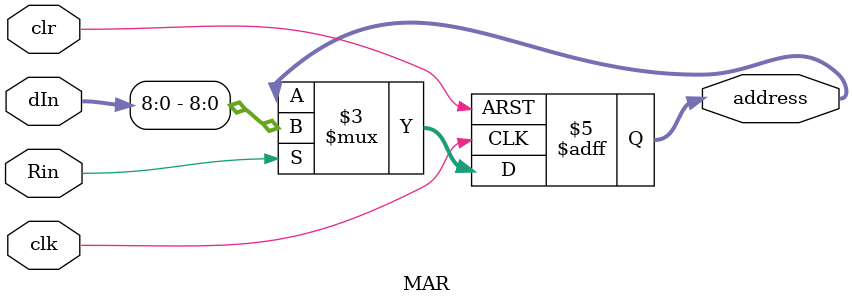
<source format=v>

module MAR (
	input wire clk, 
	input wire clr,
	input wire [31:0] dIn,
	input wire Rin,
	output reg [8:0] address
);
	always@(posedge clk or negedge clr)
		begin
			if(clr == 0)
				address <= 0;
			else if(Rin)
				address <= dIn[8:0];
		end		
endmodule
</source>
